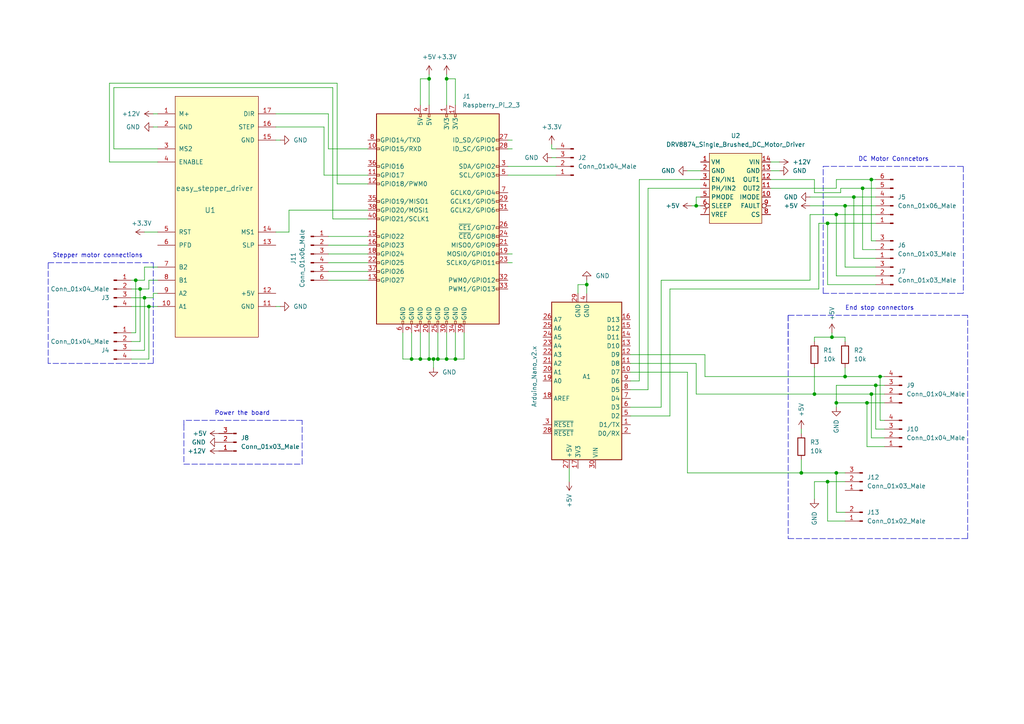
<source format=kicad_sch>
(kicad_sch (version 20211123) (generator eeschema)
  (paper "A4")
  (lib_symbols
    (symbol "Connector:Conn_01x02_Male" (pin_names (offset 1.016) hide)
      (property "Reference" "J" (at 0 2.54 0))
      (property "Value" "Conn_01x02_Male" (at 0 -5.08 0))
      (symbol "Conn_01x02_Male_1_1"
        (polyline (pts (xy 1.27 -2.54) (xy 0.8636 -2.54)) (stroke (width 0.1524)))
        (polyline (pts (xy 1.27 0) (xy 0.8636 0)) (stroke (width 0.1524)))
        (rectangle (start 0.8636 -2.413) (end 0 -2.667) (stroke (width 0.1524)) (fill (type outline)))
        (rectangle (start 0.8636 0.127) (end 0 -0.127) (stroke (width 0.1524)) (fill (type outline)))
        (pin passive line (at 5.08 0 180) (length 3.81) (name "Pin_1") (number "1"))
        (pin passive line (at 5.08 -2.54 180) (length 3.81) (name "Pin_2") (number "2"))
      )
    )
    (symbol "Connector:Conn_01x03_Male" (pin_names (offset 1.016) hide)
      (property "Reference" "J" (at 0 5.08 0))
      (property "Value" "Conn_01x03_Male" (at 0 -5.08 0))
      (symbol "Conn_01x03_Male_1_1"
        (polyline (pts (xy 1.27 -2.54) (xy 0.8636 -2.54)) (stroke (width 0.1524)))
        (polyline (pts (xy 1.27 0) (xy 0.8636 0)) (stroke (width 0.1524)))
        (polyline (pts (xy 1.27 2.54) (xy 0.8636 2.54)) (stroke (width 0.1524)))
        (rectangle (start 0.8636 -2.413) (end 0 -2.667) (stroke (width 0.1524)) (fill (type outline)))
        (rectangle (start 0.8636 0.127) (end 0 -0.127) (stroke (width 0.1524)) (fill (type outline)))
        (rectangle (start 0.8636 2.667) (end 0 2.413) (stroke (width 0.1524)) (fill (type outline)))
        (pin passive line (at 5.08 2.54 180) (length 3.81) (name "Pin_1") (number "1"))
        (pin passive line (at 5.08 0 180) (length 3.81) (name "Pin_2") (number "2"))
        (pin passive line (at 5.08 -2.54 180) (length 3.81) (name "Pin_3") (number "3"))
      )
    )
    (symbol "Connector:Conn_01x04_Male" (pin_names (offset 1.016) hide)
      (property "Reference" "J" (at 0 5.08 0))
      (property "Value" "Conn_01x04_Male" (at 0 -7.62 0))
      (symbol "Conn_01x04_Male_1_1"
        (polyline (pts (xy 1.27 -5.08) (xy 0.8636 -5.08)) (stroke (width 0.1524)))
        (polyline (pts (xy 1.27 -2.54) (xy 0.8636 -2.54)) (stroke (width 0.1524)))
        (polyline (pts (xy 1.27 0) (xy 0.8636 0)) (stroke (width 0.1524)))
        (polyline (pts (xy 1.27 2.54) (xy 0.8636 2.54)) (stroke (width 0.1524)))
        (rectangle (start 0.8636 -4.953) (end 0 -5.207) (stroke (width 0.1524)) (fill (type outline)))
        (rectangle (start 0.8636 -2.413) (end 0 -2.667) (stroke (width 0.1524)) (fill (type outline)))
        (rectangle (start 0.8636 0.127) (end 0 -0.127) (stroke (width 0.1524)) (fill (type outline)))
        (rectangle (start 0.8636 2.667) (end 0 2.413) (stroke (width 0.1524)) (fill (type outline)))
        (pin passive line (at 5.08 2.54 180) (length 3.81) (name "Pin_1") (number "1"))
        (pin passive line (at 5.08 0 180) (length 3.81) (name "Pin_2") (number "2"))
        (pin passive line (at 5.08 -2.54 180) (length 3.81) (name "Pin_3") (number "3"))
        (pin passive line (at 5.08 -5.08 180) (length 3.81) (name "Pin_4") (number "4"))
      )
    )
    (symbol "Connector:Conn_01x06_Male" (pin_names (offset 1.016) hide)
      (property "Reference" "J" (at 0 7.62 0))
      (property "Value" "Conn_01x06_Male" (at 0 -10.16 0))
      (symbol "Conn_01x06_Male_1_1"
        (polyline (pts (xy 1.27 -7.62) (xy 0.8636 -7.62)) (stroke (width 0.1524)))
        (polyline (pts (xy 1.27 -5.08) (xy 0.8636 -5.08)) (stroke (width 0.1524)))
        (polyline (pts (xy 1.27 -2.54) (xy 0.8636 -2.54)) (stroke (width 0.1524)))
        (polyline (pts (xy 1.27 0) (xy 0.8636 0)) (stroke (width 0.1524)))
        (polyline (pts (xy 1.27 2.54) (xy 0.8636 2.54)) (stroke (width 0.1524)))
        (polyline (pts (xy 1.27 5.08) (xy 0.8636 5.08)) (stroke (width 0.1524)))
        (rectangle (start 0.8636 -7.493) (end 0 -7.747) (stroke (width 0.1524)) (fill (type outline)))
        (rectangle (start 0.8636 -4.953) (end 0 -5.207) (stroke (width 0.1524)) (fill (type outline)))
        (rectangle (start 0.8636 -2.413) (end 0 -2.667) (stroke (width 0.1524)) (fill (type outline)))
        (rectangle (start 0.8636 0.127) (end 0 -0.127) (stroke (width 0.1524)) (fill (type outline)))
        (rectangle (start 0.8636 2.667) (end 0 2.413) (stroke (width 0.1524)) (fill (type outline)))
        (rectangle (start 0.8636 5.207) (end 0 4.953) (stroke (width 0.1524)) (fill (type outline)))
        (pin passive line (at 5.08 5.08 180) (length 3.81) (name "Pin_1") (number "1"))
        (pin passive line (at 5.08 2.54 180) (length 3.81) (name "Pin_2") (number "2"))
        (pin passive line (at 5.08 0 180) (length 3.81) (name "Pin_3") (number "3"))
        (pin passive line (at 5.08 -2.54 180) (length 3.81) (name "Pin_4") (number "4"))
        (pin passive line (at 5.08 -5.08 180) (length 3.81) (name "Pin_5") (number "5"))
        (pin passive line (at 5.08 -7.62 180) (length 3.81) (name "Pin_6") (number "6"))
      )
    )
    (symbol "Connector:Raspberry_Pi_2_3" (pin_names (offset 1.016))
      (property "Reference" "J" (at -17.78 31.75 0))
      (property "Value" "Raspberry_Pi_2_3" (at 10.16 -31.75 0))
      (symbol "Raspberry_Pi_2_3_0_1"
        (rectangle (start -17.78 30.48) (end 17.78 -30.48) (stroke (width 0.254)) (fill (type background)))
      )
      (symbol "Raspberry_Pi_2_3_1_1"
        (rectangle (start -16.891 -17.526) (end -17.78 -18.034))
        (rectangle (start -16.891 -14.986) (end -17.78 -15.494))
        (rectangle (start -16.891 -12.446) (end -17.78 -12.954))
        (rectangle (start -16.891 -9.906) (end -17.78 -10.414))
        (rectangle (start -16.891 -7.366) (end -17.78 -7.874))
        (rectangle (start -16.891 -4.826) (end -17.78 -5.334))
        (rectangle (start -16.891 0.254) (end -17.78 -0.254))
        (rectangle (start -16.891 2.794) (end -17.78 2.286))
        (rectangle (start -16.891 5.334) (end -17.78 4.826))
        (rectangle (start -16.891 10.414) (end -17.78 9.906))
        (rectangle (start -16.891 12.954) (end -17.78 12.446))
        (rectangle (start -16.891 15.494) (end -17.78 14.986))
        (rectangle (start -16.891 20.574) (end -17.78 20.066))
        (rectangle (start -16.891 23.114) (end -17.78 22.606))
        (rectangle (start -10.414 -29.591) (end -9.906 -30.48))
        (rectangle (start -7.874 -29.591) (end -7.366 -30.48))
        (rectangle (start -5.334 -29.591) (end -4.826 -30.48))
        (rectangle (start -5.334 30.48) (end -4.826 29.591))
        (rectangle (start -2.794 -29.591) (end -2.286 -30.48))
        (rectangle (start -2.794 30.48) (end -2.286 29.591))
        (rectangle (start -0.254 -29.591) (end 0.254 -30.48))
        (rectangle (start 2.286 -29.591) (end 2.794 -30.48))
        (rectangle (start 2.286 30.48) (end 2.794 29.591))
        (rectangle (start 4.826 -29.591) (end 5.334 -30.48))
        (rectangle (start 4.826 30.48) (end 5.334 29.591))
        (rectangle (start 7.366 -29.591) (end 7.874 -30.48))
        (rectangle (start 17.78 -20.066) (end 16.891 -20.574))
        (rectangle (start 17.78 -17.526) (end 16.891 -18.034))
        (rectangle (start 17.78 -12.446) (end 16.891 -12.954))
        (rectangle (start 17.78 -9.906) (end 16.891 -10.414))
        (rectangle (start 17.78 -7.366) (end 16.891 -7.874))
        (rectangle (start 17.78 -4.826) (end 16.891 -5.334))
        (rectangle (start 17.78 -2.286) (end 16.891 -2.794))
        (rectangle (start 17.78 2.794) (end 16.891 2.286))
        (rectangle (start 17.78 5.334) (end 16.891 4.826))
        (rectangle (start 17.78 7.874) (end 16.891 7.366))
        (rectangle (start 17.78 12.954) (end 16.891 12.446))
        (rectangle (start 17.78 15.494) (end 16.891 14.986))
        (rectangle (start 17.78 20.574) (end 16.891 20.066))
        (rectangle (start 17.78 23.114) (end 16.891 22.606))
        (pin power_in line (at 2.54 33.02 270) (length 2.54) (name "3V3") (number "1"))
        (pin bidirectional line (at -20.32 20.32 0) (length 2.54) (name "GPIO15/RXD") (number "10"))
        (pin bidirectional line (at -20.32 12.7 0) (length 2.54) (name "GPIO17") (number "11"))
        (pin bidirectional line (at -20.32 10.16 0) (length 2.54) (name "GPIO18/PWM0") (number "12"))
        (pin bidirectional line (at -20.32 -17.78 0) (length 2.54) (name "GPIO27") (number "13"))
        (pin power_in line (at -5.08 -33.02 90) (length 2.54) (name "GND") (number "14"))
        (pin bidirectional line (at -20.32 -5.08 0) (length 2.54) (name "GPIO22") (number "15"))
        (pin bidirectional line (at -20.32 -7.62 0) (length 2.54) (name "GPIO23") (number "16"))
        (pin power_in line (at 5.08 33.02 270) (length 2.54) (name "3V3") (number "17"))
        (pin bidirectional line (at -20.32 -10.16 0) (length 2.54) (name "GPIO24") (number "18"))
        (pin bidirectional line (at 20.32 -10.16 180) (length 2.54) (name "MOSI0/GPIO10") (number "19"))
        (pin power_in line (at -5.08 33.02 270) (length 2.54) (name "5V") (number "2"))
        (pin power_in line (at -2.54 -33.02 90) (length 2.54) (name "GND") (number "20"))
        (pin bidirectional line (at 20.32 -7.62 180) (length 2.54) (name "MISO0/GPIO9") (number "21"))
        (pin bidirectional line (at -20.32 -12.7 0) (length 2.54) (name "GPIO25") (number "22"))
        (pin bidirectional line (at 20.32 -12.7 180) (length 2.54) (name "SCLK0/GPIO11") (number "23"))
        (pin bidirectional line (at 20.32 -5.08 180) (length 2.54) (name "~{CE0}/GPIO8") (number "24"))
        (pin power_in line (at 0 -33.02 90) (length 2.54) (name "GND") (number "25"))
        (pin bidirectional line (at 20.32 -2.54 180) (length 2.54) (name "~{CE1}/GPIO7") (number "26"))
        (pin bidirectional line (at 20.32 22.86 180) (length 2.54) (name "ID_SD/GPIO0") (number "27"))
        (pin bidirectional line (at 20.32 20.32 180) (length 2.54) (name "ID_SC/GPIO1") (number "28"))
        (pin bidirectional line (at 20.32 5.08 180) (length 2.54) (name "GCLK1/GPIO5") (number "29"))
        (pin bidirectional line (at 20.32 15.24 180) (length 2.54) (name "SDA/GPIO2") (number "3"))
        (pin power_in line (at 2.54 -33.02 90) (length 2.54) (name "GND") (number "30"))
        (pin bidirectional line (at 20.32 2.54 180) (length 2.54) (name "GCLK2/GPIO6") (number "31"))
        (pin bidirectional line (at 20.32 -17.78 180) (length 2.54) (name "PWM0/GPIO12") (number "32"))
        (pin bidirectional line (at 20.32 -20.32 180) (length 2.54) (name "PWM1/GPIO13") (number "33"))
        (pin power_in line (at 5.08 -33.02 90) (length 2.54) (name "GND") (number "34"))
        (pin bidirectional line (at -20.32 5.08 0) (length 2.54) (name "GPIO19/MISO1") (number "35"))
        (pin bidirectional line (at -20.32 15.24 0) (length 2.54) (name "GPIO16") (number "36"))
        (pin bidirectional line (at -20.32 -15.24 0) (length 2.54) (name "GPIO26") (number "37"))
        (pin bidirectional line (at -20.32 2.54 0) (length 2.54) (name "GPIO20/MOSI1") (number "38"))
        (pin power_in line (at 7.62 -33.02 90) (length 2.54) (name "GND") (number "39"))
        (pin power_in line (at -2.54 33.02 270) (length 2.54) (name "5V") (number "4"))
        (pin bidirectional line (at -20.32 0 0) (length 2.54) (name "GPIO21/SCLK1") (number "40"))
        (pin bidirectional line (at 20.32 12.7 180) (length 2.54) (name "SCL/GPIO3") (number "5"))
        (pin power_in line (at -10.16 -33.02 90) (length 2.54) (name "GND") (number "6"))
        (pin bidirectional line (at 20.32 7.62 180) (length 2.54) (name "GCLK0/GPIO4") (number "7"))
        (pin bidirectional line (at -20.32 22.86 0) (length 2.54) (name "GPIO14/TXD") (number "8"))
        (pin power_in line (at -7.62 -33.02 90) (length 2.54) (name "GND") (number "9"))
      )
    )
    (symbol "Custom:DRV8874_Single_Brushed_DC_Motor_Driver"
      (property "Reference" "U" (at 1.27 12.7 0))
      (property "Value" "DRV8874_Single_Brushed_DC_Motor_Driver" (at 1.27 12.7 0))
      (symbol "DRV8874_Single_Brushed_DC_Motor_Driver_0_1"
        (rectangle (start 0 7.62) (end 15.24 -12.7) (fill (type background)))
      )
      (symbol "DRV8874_Single_Brushed_DC_Motor_Driver_1_1"
        (pin input line (at -2.54 5.08 0) (length 2.54) (name "VM") (number "1"))
        (pin input line (at 17.78 -5.08 180) (length 2.54) (name "IMODE") (number "10"))
        (pin input line (at 17.78 -2.54 180) (length 2.54) (name "OUT2") (number "11"))
        (pin input line (at 17.78 0 180) (length 2.54) (name "OUT1") (number "12"))
        (pin input line (at 17.78 2.54 180) (length 2.54) (name "GND") (number "13"))
        (pin input line (at 17.78 5.08 180) (length 2.54) (name "VIN") (number "14"))
        (pin input line (at -2.54 2.54 0) (length 2.54) (name "GND") (number "2"))
        (pin input line (at -2.54 0 0) (length 2.54) (name "EN/IN1") (number "3"))
        (pin input line (at -2.54 -2.54 0) (length 2.54) (name "PH/IN2") (number "4"))
        (pin input line (at -2.54 -5.08 0) (length 2.54) (name "PMODE") (number "5"))
        (pin input inverted (at -2.54 -7.62 0) (length 2.54) (name "SLEEP") (number "6"))
        (pin input line (at -2.54 -10.16 0) (length 2.54) (name "VREF") (number "7"))
        (pin input line (at 17.78 -10.16 180) (length 2.54) (name "CS") (number "8"))
        (pin input inverted (at 17.78 -7.62 180) (length 2.54) (name "FAULT") (number "9"))
      )
    )
    (symbol "Device:R" (pin_numbers hide) (pin_names (offset 0))
      (property "Reference" "R" (at 2.032 0 90))
      (property "Value" "R" (at 0 0 90))
      (symbol "R_0_1"
        (rectangle (start -1.016 -2.54) (end 1.016 2.54) (stroke (width 0.254)))
      )
      (symbol "R_1_1"
        (pin passive line (at 0 3.81 270) (length 1.27) (name "~") (number "1"))
        (pin passive line (at 0 -3.81 90) (length 1.27) (name "~") (number "2"))
      )
    )
    (symbol "MCU_Module:Arduino_Nano_v2.x"
      (property "Reference" "A" (at -10.16 23.495 0))
      (property "Value" "Arduino_Nano_v2.x" (at 5.08 -24.13 0))
      (symbol "Arduino_Nano_v2.x_0_1"
        (rectangle (start -10.16 22.86) (end 10.16 -22.86) (stroke (width 0.254)) (fill (type background)))
      )
      (symbol "Arduino_Nano_v2.x_1_1"
        (pin bidirectional line (at -12.7 12.7 0) (length 2.54) (name "D1/TX") (number "1"))
        (pin bidirectional line (at -12.7 -2.54 0) (length 2.54) (name "D7") (number "10"))
        (pin bidirectional line (at -12.7 -5.08 0) (length 2.54) (name "D8") (number "11"))
        (pin bidirectional line (at -12.7 -7.62 0) (length 2.54) (name "D9") (number "12"))
        (pin bidirectional line (at -12.7 -10.16 0) (length 2.54) (name "D10") (number "13"))
        (pin bidirectional line (at -12.7 -12.7 0) (length 2.54) (name "D11") (number "14"))
        (pin bidirectional line (at -12.7 -15.24 0) (length 2.54) (name "D12") (number "15"))
        (pin bidirectional line (at -12.7 -17.78 0) (length 2.54) (name "D13") (number "16"))
        (pin power_out line (at 2.54 25.4 270) (length 2.54) (name "3V3") (number "17"))
        (pin input line (at 12.7 5.08 180) (length 2.54) (name "AREF") (number "18"))
        (pin bidirectional line (at 12.7 0 180) (length 2.54) (name "A0") (number "19"))
        (pin bidirectional line (at -12.7 15.24 0) (length 2.54) (name "D0/RX") (number "2"))
        (pin bidirectional line (at 12.7 -2.54 180) (length 2.54) (name "A1") (number "20"))
        (pin bidirectional line (at 12.7 -5.08 180) (length 2.54) (name "A2") (number "21"))
        (pin bidirectional line (at 12.7 -7.62 180) (length 2.54) (name "A3") (number "22"))
        (pin bidirectional line (at 12.7 -10.16 180) (length 2.54) (name "A4") (number "23"))
        (pin bidirectional line (at 12.7 -12.7 180) (length 2.54) (name "A5") (number "24"))
        (pin bidirectional line (at 12.7 -15.24 180) (length 2.54) (name "A6") (number "25"))
        (pin bidirectional line (at 12.7 -17.78 180) (length 2.54) (name "A7") (number "26"))
        (pin power_out line (at 5.08 25.4 270) (length 2.54) (name "+5V") (number "27"))
        (pin input line (at 12.7 15.24 180) (length 2.54) (name "~{RESET}") (number "28"))
        (pin power_in line (at 2.54 -25.4 90) (length 2.54) (name "GND") (number "29"))
        (pin input line (at 12.7 12.7 180) (length 2.54) (name "~{RESET}") (number "3"))
        (pin power_in line (at -2.54 25.4 270) (length 2.54) (name "VIN") (number "30"))
        (pin power_in line (at 0 -25.4 90) (length 2.54) (name "GND") (number "4"))
        (pin bidirectional line (at -12.7 10.16 0) (length 2.54) (name "D2") (number "5"))
        (pin bidirectional line (at -12.7 7.62 0) (length 2.54) (name "D3") (number "6"))
        (pin bidirectional line (at -12.7 5.08 0) (length 2.54) (name "D4") (number "7"))
        (pin bidirectional line (at -12.7 2.54 0) (length 2.54) (name "D5") (number "8"))
        (pin bidirectional line (at -12.7 0 0) (length 2.54) (name "D6") (number "9"))
      )
    )
    (symbol "easy_stepper_driver:easy_stepper_driver" (pin_names (offset 1.016))
      (property "Reference" "U?" (at -1.27 -1.27 90))
      (property "Value" "easy_stepper_driver" (at -1.27 -7.62 90))
      (symbol "easy_stepper_driver_0_1"
        (rectangle (start -34.29 12.7) (end 35.56 -11.43) (fill (type background)))
      )
      (symbol "easy_stepper_driver_1_1"
        (pin input line (at -29.21 -16.51 90) (length 5.08) (name "M+") (number "1"))
        (pin output line (at 26.67 -16.51 90) (length 5.08) (name "A1") (number "10"))
        (pin input line (at 26.67 17.78 270) (length 5.08) (name "GND") (number "11"))
        (pin input line (at 22.86 17.78 270) (length 5.08) (name "+5V") (number "12"))
        (pin input line (at 8.89 17.78 270) (length 5.08) (name "SLP") (number "13"))
        (pin input line (at 5.08 17.78 270) (length 5.08) (name "MS1") (number "14"))
        (pin input line (at -21.59 17.78 270) (length 5.08) (name "GND") (number "15"))
        (pin input line (at -25.4 17.78 270) (length 5.08) (name "STEP") (number "16"))
        (pin input line (at -29.21 17.78 270) (length 5.08) (name "DIR") (number "17"))
        (pin input line (at -25.4 -16.51 90) (length 5.08) (name "GND") (number "2"))
        (pin input line (at -19.05 -16.51 90) (length 5.08) (name "MS2") (number "3"))
        (pin input line (at -15.24 -16.51 90) (length 5.08) (name "ENABLE") (number "4"))
        (pin input line (at 5.08 -16.51 90) (length 5.08) (name "RST") (number "5"))
        (pin input line (at 8.89 -16.51 90) (length 5.08) (name "PFD") (number "6"))
        (pin output line (at 15.24 -16.51 90) (length 5.08) (name "B2") (number "7"))
        (pin output line (at 19.05 -16.51 90) (length 5.08) (name "B1") (number "8"))
        (pin output line (at 22.86 -16.51 90) (length 5.08) (name "A2") (number "9"))
      )
    )
    (symbol "power:+12V" (power) (pin_names (offset 0))
      (property "Value" "+12V" (at 0 3.556 0))
      (symbol "+12V_0_1"
        (polyline (pts (xy -0.762 1.27) (xy 0 2.54)))
        (polyline (pts (xy 0 0) (xy 0 2.54)))
        (polyline (pts (xy 0 2.54) (xy 0.762 1.27)))
      )
      (symbol "+12V_1_1"
        (pin power_in line (at 0 0 90) (length 0) hide (name "+12V") (number "1"))
      )
    )
    (symbol "power:+3.3V" (power) (pin_names (offset 0))
      (property "Value" "+3.3V" (at 0 3.556 0))
      (symbol "+3.3V_0_1"
        (polyline (pts (xy -0.762 1.27) (xy 0 2.54)))
        (polyline (pts (xy 0 0) (xy 0 2.54)))
        (polyline (pts (xy 0 2.54) (xy 0.762 1.27)))
      )
      (symbol "+3.3V_1_1"
        (pin power_in line (at 0 0 90) (length 0) hide (name "+3.3V") (number "1"))
      )
    )
    (symbol "power:+5V" (power) (pin_names (offset 0))
      (property "Value" "+5V" (at 0 3.556 0))
      (symbol "+5V_0_1"
        (polyline (pts (xy -0.762 1.27) (xy 0 2.54)))
        (polyline (pts (xy 0 0) (xy 0 2.54)))
        (polyline (pts (xy 0 2.54) (xy 0.762 1.27)))
      )
      (symbol "+5V_1_1"
        (pin power_in line (at 0 0 90) (length 0) hide (name "+5V") (number "1"))
      )
    )
    (symbol "power:GND" (power) (pin_names (offset 0))
      (property "Value" "GND" (at 0 -3.81 0))
      (symbol "GND_0_1"
        (polyline (pts (xy 0 0) (xy 0 -1.27) (xy 1.27 -1.27) (xy 0 -2.54) (xy -1.27 -1.27) (xy 0 -1.27)))
      )
      (symbol "GND_1_1"
        (pin power_in line (at 0 0 270) (length 0) hide (name "GND") (number "1"))
      )
    )
  )
  (junction (at 236.22 114.3))
  (junction (at 232.41 137.16))
  (junction (at 124.46 104.14))
  (junction (at 242.57 137.16))
  (junction (at 121.92 104.14))
  (junction (at 40.64 83.82))
  (junction (at 240.03 139.7))
  (junction (at 254 111.76))
  (junction (at 129.54 22.86))
  (junction (at 242.57 116.84))
  (junction (at 252.73 114.3))
  (junction (at 247.65 57.15))
  (junction (at 242.57 62.23))
  (junction (at 132.08 104.14))
  (junction (at 255.27 109.22))
  (junction (at 241.3 97.79))
  (junction (at 240.03 64.77))
  (junction (at 41.91 86.36))
  (junction (at 39.37 81.28))
  (junction (at 250.19 54.61))
  (junction (at 252.73 52.07))
  (junction (at 127 104.14))
  (junction (at 119.38 104.14))
  (junction (at 251.46 116.84))
  (junction (at 129.54 104.14))
  (junction (at 125.73 104.14))
  (junction (at 124.46 22.86))
  (junction (at 201.93 59.69))
  (junction (at 245.11 59.69))
  (junction (at 245.11 109.22))
  (junction (at 43.18 88.9))
  (junction (at 170.18 82.55))
  (polyline (pts (xy 228.6 91.44) (xy 228.6 101.6)))
  (polyline (pts (xy 238.76 85.09) (xy 279.4 85.09)))
  (wire (pts (xy 252.73 52.07) (xy 252.73 69.85)))
  (wire (pts (xy 43.18 88.9) (xy 38.1 88.9)))
  (polyline (pts (xy 280.67 156.21) (xy 280.67 91.44)))
  (wire (pts (xy 252.73 114.3) (xy 256.54 114.3)))
  (wire (pts (xy 39.37 81.28) (xy 38.1 81.28)))
  (wire (pts (xy 199.39 107.95) (xy 182.88 107.95)))
  (wire (pts (xy 245.11 59.69) (xy 245.11 77.47)))
  (wire (pts (xy 165.1 135.89) (xy 165.1 139.7)))
  (wire (pts (xy 41.91 86.36) (xy 41.91 101.6)))
  (wire (pts (xy 124.46 21.59) (xy 124.46 22.86)))
  (wire (pts (xy 41.91 86.36) (xy 38.1 86.36)))
  (wire (pts (xy 43.18 104.14) (xy 38.1 104.14)))
  (wire (pts (xy 240.03 64.77) (xy 254 64.77)))
  (wire (pts (xy 124.46 22.86) (xy 124.46 30.48)))
  (wire (pts (xy 160.02 45.72) (xy 161.29 45.72)))
  (wire (pts (xy 236.22 97.79) (xy 236.22 99.06)))
  (wire (pts (xy 245.11 59.69) (xy 254 59.69)))
  (wire (pts (xy 223.52 54.61) (xy 242.57 54.61)))
  (wire (pts (xy 96.52 63.5) (xy 106.68 63.5)))
  (wire (pts (xy 234.95 62.23) (xy 242.57 62.23)))
  (wire (pts (xy 255.27 109.22) (xy 256.54 109.22)))
  (wire (pts (xy 254 111.76) (xy 254 124.46)))
  (wire (pts (xy 80.01 36.83) (xy 93.98 36.83)))
  (wire (pts (xy 41.91 67.31) (xy 45.72 67.31)))
  (wire (pts (xy 250.19 54.61) (xy 250.19 72.39)))
  (wire (pts (xy 250.19 54.61) (xy 254 54.61)))
  (wire (pts (xy 200.66 59.69) (xy 201.93 59.69)))
  (wire (pts (xy 236.22 97.79) (xy 241.3 97.79)))
  (wire (pts (xy 147.32 73.66) (xy 148.59 73.66)))
  (polyline (pts (xy 87.63 134.62) (xy 87.63 121.92)))
  (polyline (pts (xy 53.34 123.19) (xy 53.34 134.62)))
  (wire (pts (xy 185.42 52.07) (xy 185.42 110.49)))
  (wire (pts (xy 97.79 24.13) (xy 31.75 24.13)))
  (wire (pts (xy 187.96 54.61) (xy 187.96 113.03)))
  (wire (pts (xy 241.3 96.52) (xy 241.3 97.79)))
  (wire (pts (xy 194.31 120.65) (xy 182.88 120.65)))
  (wire (pts (xy 95.25 76.2) (xy 106.68 76.2)))
  (wire (pts (xy 223.52 49.53) (xy 226.06 49.53)))
  (wire (pts (xy 201.93 105.41) (xy 182.88 105.41)))
  (wire (pts (xy 83.82 60.96) (xy 106.68 60.96)))
  (wire (pts (xy 116.84 96.52) (xy 116.84 104.14)))
  (wire (pts (xy 250.19 54.61) (xy 243.84 54.61)))
  (wire (pts (xy 97.79 53.34) (xy 106.68 53.34)))
  (wire (pts (xy 95.25 71.12) (xy 106.68 71.12)))
  (wire (pts (xy 243.84 55.88) (xy 236.22 55.88)))
  (wire (pts (xy 43.18 88.9) (xy 43.18 104.14)))
  (wire (pts (xy 44.45 86.36) (xy 41.91 86.36)))
  (wire (pts (xy 236.22 139.7) (xy 240.03 139.7)))
  (polyline (pts (xy 44.45 105.41) (xy 13.97 105.41)))
  (wire (pts (xy 201.93 114.3) (xy 201.93 105.41)))
  (wire (pts (xy 201.93 57.15) (xy 203.2 57.15)))
  (wire (pts (xy 119.38 104.14) (xy 121.92 104.14)))
  (wire (pts (xy 147.32 50.8) (xy 161.29 50.8)))
  (wire (pts (xy 252.73 114.3) (xy 252.73 127)))
  (wire (pts (xy 81.28 88.9) (xy 80.01 88.9)))
  (wire (pts (xy 132.08 30.48) (xy 132.08 22.86)))
  (wire (pts (xy 204.47 109.22) (xy 204.47 102.87)))
  (wire (pts (xy 39.37 96.52) (xy 38.1 96.52)))
  (wire (pts (xy 41.91 101.6) (xy 38.1 101.6)))
  (wire (pts (xy 242.57 116.84) (xy 242.57 111.76)))
  (wire (pts (xy 201.93 59.69) (xy 203.2 59.69)))
  (wire (pts (xy 242.57 111.76) (xy 254 111.76)))
  (polyline (pts (xy 228.6 156.21) (xy 280.67 156.21)))
  (wire (pts (xy 129.54 96.52) (xy 129.54 104.14)))
  (wire (pts (xy 170.18 82.55) (xy 170.18 85.09)))
  (polyline (pts (xy 44.45 76.2) (xy 44.45 105.41)))
  (wire (pts (xy 236.22 114.3) (xy 252.73 114.3)))
  (wire (pts (xy 203.2 52.07) (xy 185.42 52.07)))
  (wire (pts (xy 241.3 97.79) (xy 245.11 97.79)))
  (wire (pts (xy 45.72 85.09) (xy 44.45 85.09)))
  (wire (pts (xy 242.57 116.84) (xy 251.46 116.84)))
  (wire (pts (xy 237.49 83.82) (xy 194.31 83.82)))
  (polyline (pts (xy 228.6 91.44) (xy 228.6 156.21)))
  (polyline (pts (xy 280.67 91.44) (xy 228.6 91.44)))
  (wire (pts (xy 240.03 151.13) (xy 240.03 139.7)))
  (wire (pts (xy 245.11 99.06) (xy 245.11 97.79)))
  (wire (pts (xy 81.28 40.64) (xy 80.01 40.64)))
  (wire (pts (xy 93.98 36.83) (xy 93.98 50.8)))
  (wire (pts (xy 234.95 59.69) (xy 245.11 59.69)))
  (wire (pts (xy 236.22 55.88) (xy 236.22 52.07)))
  (wire (pts (xy 247.65 57.15) (xy 247.65 74.93)))
  (wire (pts (xy 242.57 137.16) (xy 232.41 137.16)))
  (wire (pts (xy 243.84 54.61) (xy 243.84 55.88)))
  (polyline (pts (xy 13.97 105.41) (xy 13.97 76.2)))
  (wire (pts (xy 147.32 43.18) (xy 148.59 43.18)))
  (wire (pts (xy 83.82 60.96) (xy 83.82 67.31)))
  (wire (pts (xy 160.02 43.18) (xy 160.02 41.91)))
  (wire (pts (xy 251.46 116.84) (xy 256.54 116.84)))
  (wire (pts (xy 96.52 63.5) (xy 96.52 25.4)))
  (polyline (pts (xy 13.97 76.2) (xy 44.45 76.2)))
  (wire (pts (xy 242.57 148.59) (xy 242.57 137.16)))
  (wire (pts (xy 234.95 57.15) (xy 247.65 57.15)))
  (wire (pts (xy 236.22 52.07) (xy 223.52 52.07)))
  (wire (pts (xy 43.18 81.28) (xy 43.18 83.82)))
  (wire (pts (xy 119.38 96.52) (xy 119.38 104.14)))
  (wire (pts (xy 147.32 40.64) (xy 148.59 40.64)))
  (wire (pts (xy 116.84 104.14) (xy 119.38 104.14)))
  (wire (pts (xy 40.64 83.82) (xy 40.64 99.06)))
  (wire (pts (xy 125.73 106.68) (xy 125.73 104.14)))
  (wire (pts (xy 45.72 33.02) (xy 44.45 33.02)))
  (wire (pts (xy 95.25 73.66) (xy 106.68 73.66)))
  (wire (pts (xy 167.64 85.09) (xy 167.64 82.55)))
  (wire (pts (xy 129.54 104.14) (xy 132.08 104.14)))
  (wire (pts (xy 167.64 82.55) (xy 170.18 82.55)))
  (wire (pts (xy 240.03 139.7) (xy 245.11 139.7)))
  (wire (pts (xy 245.11 109.22) (xy 255.27 109.22)))
  (wire (pts (xy 256.54 124.46) (xy 254 124.46)))
  (wire (pts (xy 187.96 113.03) (xy 182.88 113.03)))
  (wire (pts (xy 44.45 85.09) (xy 44.45 86.36)))
  (wire (pts (xy 45.72 81.28) (xy 43.18 81.28)))
  (wire (pts (xy 121.92 22.86) (xy 124.46 22.86)))
  (wire (pts (xy 96.52 25.4) (xy 33.02 25.4)))
  (wire (pts (xy 236.22 106.68) (xy 236.22 114.3)))
  (wire (pts (xy 242.57 80.01) (xy 254 80.01)))
  (wire (pts (xy 95.25 33.02) (xy 95.25 43.18)))
  (wire (pts (xy 147.32 76.2) (xy 148.59 76.2)))
  (wire (pts (xy 39.37 81.28) (xy 39.37 96.52)))
  (wire (pts (xy 33.02 25.4) (xy 33.02 43.18)))
  (wire (pts (xy 129.54 22.86) (xy 129.54 30.48)))
  (wire (pts (xy 95.25 78.74) (xy 106.68 78.74)))
  (wire (pts (xy 129.54 21.59) (xy 129.54 22.86)))
  (wire (pts (xy 31.75 46.99) (xy 45.72 46.99)))
  (polyline (pts (xy 279.4 48.26) (xy 279.4 85.09)))
  (wire (pts (xy 121.92 22.86) (xy 121.92 30.48)))
  (wire (pts (xy 134.62 96.52) (xy 134.62 104.14)))
  (wire (pts (xy 242.57 62.23) (xy 242.57 80.01)))
  (polyline (pts (xy 238.76 85.09) (xy 238.76 48.26)))
  (wire (pts (xy 252.73 52.07) (xy 254 52.07)))
  (wire (pts (xy 97.79 53.34) (xy 97.79 24.13)))
  (wire (pts (xy 223.52 46.99) (xy 226.06 46.99)))
  (wire (pts (xy 127 96.52) (xy 127 104.14)))
  (wire (pts (xy 254 111.76) (xy 256.54 111.76)))
  (wire (pts (xy 161.29 43.18) (xy 160.02 43.18)))
  (wire (pts (xy 256.54 129.54) (xy 251.46 129.54)))
  (wire (pts (xy 234.95 81.28) (xy 234.95 62.23)))
  (wire (pts (xy 245.11 77.47) (xy 254 77.47)))
  (wire (pts (xy 242.57 52.07) (xy 252.73 52.07)))
  (wire (pts (xy 194.31 83.82) (xy 194.31 120.65)))
  (wire (pts (xy 201.93 114.3) (xy 236.22 114.3)))
  (wire (pts (xy 201.93 59.69) (xy 201.93 57.15)))
  (wire (pts (xy 43.18 83.82) (xy 40.64 83.82)))
  (wire (pts (xy 45.72 88.9) (xy 43.18 88.9)))
  (wire (pts (xy 95.25 43.18) (xy 106.68 43.18)))
  (wire (pts (xy 45.72 77.47) (xy 41.91 77.47)))
  (wire (pts (xy 237.49 64.77) (xy 240.03 64.77)))
  (wire (pts (xy 255.27 121.92) (xy 255.27 109.22)))
  (wire (pts (xy 256.54 127) (xy 252.73 127)))
  (wire (pts (xy 245.11 148.59) (xy 242.57 148.59)))
  (wire (pts (xy 240.03 64.77) (xy 240.03 82.55)))
  (wire (pts (xy 33.02 43.18) (xy 45.72 43.18)))
  (wire (pts (xy 40.64 99.06) (xy 38.1 99.06)))
  (wire (pts (xy 242.57 54.61) (xy 242.57 52.07)))
  (wire (pts (xy 242.57 118.11) (xy 242.57 116.84)))
  (wire (pts (xy 250.19 72.39) (xy 254 72.39)))
  (wire (pts (xy 132.08 96.52) (xy 132.08 104.14)))
  (wire (pts (xy 199.39 49.53) (xy 203.2 49.53)))
  (wire (pts (xy 252.73 69.85) (xy 254 69.85)))
  (wire (pts (xy 245.11 151.13) (xy 240.03 151.13)))
  (wire (pts (xy 234.95 81.28) (xy 191.77 81.28)))
  (wire (pts (xy 95.25 81.28) (xy 106.68 81.28)))
  (wire (pts (xy 242.57 62.23) (xy 254 62.23)))
  (wire (pts (xy 127 104.14) (xy 129.54 104.14)))
  (wire (pts (xy 245.11 137.16) (xy 242.57 137.16)))
  (wire (pts (xy 199.39 137.16) (xy 199.39 107.95)))
  (wire (pts (xy 41.91 77.47) (xy 41.91 81.28)))
  (wire (pts (xy 124.46 104.14) (xy 125.73 104.14)))
  (wire (pts (xy 240.03 82.55) (xy 254 82.55)))
  (wire (pts (xy 40.64 83.82) (xy 38.1 83.82)))
  (wire (pts (xy 80.01 33.02) (xy 95.25 33.02)))
  (wire (pts (xy 41.91 81.28) (xy 39.37 81.28)))
  (wire (pts (xy 256.54 121.92) (xy 255.27 121.92)))
  (wire (pts (xy 83.82 67.31) (xy 80.01 67.31)))
  (wire (pts (xy 247.65 74.93) (xy 254 74.93)))
  (wire (pts (xy 245.11 106.68) (xy 245.11 109.22)))
  (polyline (pts (xy 87.63 121.92) (xy 53.34 121.92)))
  (wire (pts (xy 121.92 104.14) (xy 124.46 104.14)))
  (wire (pts (xy 124.46 96.52) (xy 124.46 104.14)))
  (wire (pts (xy 191.77 118.11) (xy 182.88 118.11)))
  (wire (pts (xy 232.41 124.46) (xy 232.41 125.73)))
  (wire (pts (xy 237.49 83.82) (xy 237.49 64.77)))
  (wire (pts (xy 44.45 36.83) (xy 45.72 36.83)))
  (polyline (pts (xy 53.34 134.62) (xy 87.63 134.62)))
  (wire (pts (xy 129.54 22.86) (xy 132.08 22.86)))
  (polyline (pts (xy 238.76 48.26) (xy 279.4 48.26)))
  (wire (pts (xy 121.92 96.52) (xy 121.92 104.14)))
  (wire (pts (xy 247.65 57.15) (xy 254 57.15)))
  (polyline (pts (xy 53.34 121.92) (xy 53.34 123.19)))
  (wire (pts (xy 132.08 104.14) (xy 134.62 104.14)))
  (wire (pts (xy 204.47 109.22) (xy 245.11 109.22)))
  (wire (pts (xy 236.22 144.78) (xy 236.22 139.7)))
  (wire (pts (xy 251.46 129.54) (xy 251.46 116.84)))
  (wire (pts (xy 31.75 24.13) (xy 31.75 46.99)))
  (wire (pts (xy 187.96 54.61) (xy 203.2 54.61)))
  (wire (pts (xy 147.32 48.26) (xy 161.29 48.26)))
  (wire (pts (xy 204.47 102.87) (xy 182.88 102.87)))
  (wire (pts (xy 232.41 137.16) (xy 232.41 133.35)))
  (wire (pts (xy 199.39 137.16) (xy 232.41 137.16)))
  (wire (pts (xy 125.73 104.14) (xy 127 104.14)))
  (wire (pts (xy 185.42 110.49) (xy 182.88 110.49)))
  (wire (pts (xy 93.98 50.8) (xy 106.68 50.8)))
  (wire (pts (xy 95.25 68.58) (xy 106.68 68.58)))
  (wire (pts (xy 170.18 81.28) (xy 170.18 82.55)))
  (wire (pts (xy 191.77 81.28) (xy 191.77 118.11)))
  (text "Power the board\n" (at 62.23 120.65 0) (effects (font (size 1.27 1.27)) (justify left bottom)))
  (text "DC Motor Conncetors\n" (at 248.92 46.99 0) (effects (font (size 1.27 1.27)) (justify left bottom)))
  (text "End stop connectors\n" (at 245.11 90.17 0) (effects (font (size 1.27 1.27)) (justify left bottom)))
  (text "Stepper motor connections\n" (at 15.24 74.93 0) (effects (font (size 1.27 1.27)) (justify left bottom)))
  (symbol (lib_id "power:+5V") (at 63.5 125.73 90) (unit 1)
    (property "Reference" "#PWR0118" (effects hide))
    (property "Value" "+5V" (at 55.88 125.73 90) (effects (justify right)))
  )
  (symbol (lib_id "Device:R") (at 236.22 102.87 0) (unit 1)
    (property "Reference" "R1" (at 238.76 101.5999 0) (effects (justify left)))
    (property "Value" "10k" (at 238.76 104.1399 0) (effects (justify left)))
    (property "Footprint" "Resistor_THT:R_Axial_DIN0207_L6.3mm_D2.5mm_P10.16mm_Horizontal" (effects hide))
  )
  (symbol (lib_id "Connector:Conn_01x04_Male") (at 166.37 48.26 180) (unit 1)
    (property "Reference" "J2" (at 167.64 45.7199 0) (effects (justify right)))
    (property "Value" "Conn_01x04_Male" (at 167.64 48.2599 0) (effects (justify right)))
    (property "Footprint" "Connector_PinHeader_2.54mm:PinHeader_1x04_P2.54mm_Vertical" (effects hide))
  )
  (symbol (lib_id "power:GND") (at 44.45 36.83 270) (unit 1)
    (property "Reference" "#PWR0101" (effects hide))
    (property "Value" "GND" (at 40.64 36.8299 90) (effects (justify right)))
  )
  (symbol (lib_id "Connector:Conn_01x06_Male") (at 259.08 59.69 180) (unit 1)
    (property "Reference" "J5" (at 260.35 57.1499 0) (effects (justify right)))
    (property "Value" "Conn_01x06_Male" (at 260.35 59.6899 0) (effects (justify right)))
    (property "Footprint" "Connector_PinHeader_2.54mm:PinHeader_1x06_P2.54mm_Vertical" (effects hide))
  )
  (symbol (lib_id "power:+5V") (at 165.1 139.7 180) (unit 1)
    (property "Reference" "#PWR0124" (effects hide))
    (property "Value" "+5V" (at 165.1 147.32 90) (effects (justify right)))
  )
  (symbol (lib_id "power:GND") (at 226.06 49.53 90) (unit 1)
    (property "Reference" "#PWR0111" (effects hide))
    (property "Value" "GND" (at 229.87 49.5299 90) (effects (justify right)))
  )
  (symbol (lib_id "power:GND") (at 81.28 40.64 90) (unit 1)
    (property "Reference" "#PWR0104" (effects hide))
    (property "Value" "GND" (at 85.09 40.6401 90) (effects (justify right)))
  )
  (symbol (lib_id "Connector:Conn_01x03_Male") (at 250.19 139.7 180) (unit 1)
    (property "Reference" "J12" (at 251.46 138.4299 0) (effects (justify right)))
    (property "Value" "Conn_01x03_Male" (at 251.46 140.9699 0) (effects (justify right)))
    (property "Footprint" "Connector_Phoenix_MC:PhoenixContact_MC_1,5_3-G-3.5_1x03_P3.50mm_Horizontal" (effects hide))
  )
  (symbol (lib_id "power:GND") (at 63.5 128.27 270) (unit 1)
    (property "Reference" "#PWR0119" (effects hide))
    (property "Value" "GND" (at 59.69 128.2701 90) (effects (justify right)))
  )
  (symbol (lib_id "power:GND") (at 170.18 81.28 180) (unit 1)
    (property "Reference" "#PWR0125" (effects hide))
    (property "Value" "GND" (at 172.72 80.0099 0) (effects (justify right)))
  )
  (symbol (lib_id "power:+12V") (at 63.5 130.81 90) (unit 1)
    (property "Reference" "#PWR0117" (effects hide))
    (property "Value" "+12V" (at 59.69 130.8101 90) (effects (justify left)))
  )
  (symbol (lib_id "power:GND") (at 125.73 106.68 0) (unit 1)
    (property "Reference" "#PWR0109" (effects hide))
    (property "Value" "GND" (at 128.27 107.9499 0) (effects (justify left)))
  )
  (symbol (lib_id "power:+5V") (at 234.95 59.69 90) (unit 1)
    (property "Reference" "#PWR0113" (effects hide))
    (property "Value" "+5V" (at 227.33 59.69 90) (effects (justify right)))
  )
  (symbol (lib_id "MCU_Module:Arduino_Nano_v2.x") (at 170.18 110.49 180) (unit 1)
    (property "Reference" "A1" (at 168.91 109.22 0) (effects (justify right)))
    (property "Value" "Arduino_Nano_v2.x" (at 154.94 118.11 90) (effects (justify right)))
    (property "Footprint" "Module:Arduino_Nano" (effects hide))
    (property "Datasheet" "https://www.arduino.cc/en/uploads/Main/ArduinoNanoManual23.pdf" (effects hide))
  )
  (symbol (lib_id "easy_stepper_driver:easy_stepper_driver") (at 62.23 62.23 270) (unit 1)
    (property "Reference" "U1" (at 60.96 60.96 90) (effects (font (size 1.524 1.524))))
    (property "Value" "easy_stepper_driver" (at 62.23 54.61 90) (effects (font (size 1.524 1.524))))
    (property "Footprint" "easy_stepper_driver:easy_stepper_driver" (effects hide))
  )
  (symbol (lib_id "Connector:Conn_01x03_Male") (at 259.08 80.01 180) (unit 1)
    (property "Reference" "J7" (at 260.35 78.7399 0) (effects (justify right)))
    (property "Value" "Conn_01x03_Male" (at 260.35 81.2799 0) (effects (justify right)))
    (property "Footprint" "Connector_Phoenix_MC:PhoenixContact_MC_1,5_3-G-3.5_1x03_P3.50mm_Horizontal" (effects hide))
  )
  (symbol (lib_id "power:+3.3V") (at 129.54 21.59 0) (unit 1)
    (property "Reference" "#PWR0107" (effects hide))
    (property "Value" "+3.3V" (at 129.54 16.51 0))
  )
  (symbol (lib_id "power:GND") (at 242.57 118.11 0) (unit 1)
    (property "Reference" "#PWR0121" (effects hide))
    (property "Value" "GND" (at 242.57 125.73 90) (effects (justify left)))
  )
  (symbol (lib_id "power:+12V") (at 226.06 46.99 270) (unit 1)
    (property "Reference" "#PWR0112" (effects hide))
    (property "Value" "+12V" (at 229.87 46.9899 90) (effects (justify left)))
  )
  (symbol (lib_id "power:+5V") (at 241.3 96.52 0) (unit 1)
    (property "Reference" "#PWR0120" (effects hide))
    (property "Value" "+5V" (at 241.3 88.9 90) (effects (justify right)))
  )
  (symbol (lib_id "Connector:Conn_01x04_Male") (at 261.62 114.3 180) (unit 1)
    (property "Reference" "J9" (at 262.89 111.7599 0) (effects (justify right)))
    (property "Value" "Conn_01x04_Male" (at 262.89 114.2999 0) (effects (justify right)))
    (property "Footprint" "Connector_Phoenix_MC:PhoenixContact_MC_1,5_4-G-3.5_1x04_P3.50mm_Horizontal" (effects hide))
  )
  (symbol (lib_id "Connector:Conn_01x03_Male") (at 259.08 72.39 180) (unit 1)
    (property "Reference" "J6" (at 260.35 71.1199 0) (effects (justify right)))
    (property "Value" "Conn_01x03_Male" (at 260.35 73.6599 0) (effects (justify right)))
    (property "Footprint" "Connector_Phoenix_MC:PhoenixContact_MC_1,5_3-G-3.5_1x03_P3.50mm_Horizontal" (effects hide))
  )
  (symbol (lib_id "power:GND") (at 199.39 49.53 270) (unit 1)
    (property "Reference" "#PWR0110" (effects hide))
    (property "Value" "GND" (at 191.77 49.53 90) (effects (justify left)))
  )
  (symbol (lib_id "power:+3.3V") (at 160.02 41.91 0) (unit 1)
    (property "Reference" "#PWR0106" (effects hide))
    (property "Value" "+3.3V" (at 160.02 36.83 0))
  )
  (symbol (lib_id "power:+5V") (at 124.46 21.59 0) (unit 1)
    (property "Reference" "#PWR0108" (effects hide))
    (property "Value" "+5V" (at 124.46 16.51 0))
  )
  (symbol (lib_id "Device:R") (at 232.41 129.54 0) (unit 1)
    (property "Reference" "R3" (at 234.95 128.2699 0) (effects (justify left)))
    (property "Value" "10k" (at 234.95 130.8099 0) (effects (justify left)))
    (property "Footprint" "Resistor_THT:R_Axial_DIN0207_L6.3mm_D2.5mm_P10.16mm_Horizontal" (effects hide))
  )
  (symbol (lib_id "power:GND") (at 160.02 45.72 270) (unit 1)
    (property "Reference" "#PWR0105" (effects hide))
    (property "Value" "GND" (at 156.21 45.7199 90) (effects (justify right)))
  )
  (symbol (lib_id "Device:R") (at 245.11 102.87 0) (unit 1)
    (property "Reference" "R2" (at 247.65 101.5999 0) (effects (justify left)))
    (property "Value" "10k" (at 247.65 104.1399 0) (effects (justify left)))
    (property "Footprint" "Resistor_THT:R_Axial_DIN0207_L6.3mm_D2.5mm_P10.16mm_Horizontal" (effects hide))
  )
  (symbol (lib_id "power:+5V") (at 232.41 124.46 0) (unit 1)
    (property "Reference" "#PWR0123" (effects hide))
    (property "Value" "+5V" (at 232.41 116.84 90) (effects (justify right)))
  )
  (symbol (lib_id "power:+12V") (at 44.45 33.02 90) (unit 1)
    (property "Reference" "#PWR0102" (effects hide))
    (property "Value" "+12V" (at 40.64 33.0201 90) (effects (justify left)))
  )
  (symbol (lib_id "Connector:Raspberry_Pi_2_3") (at 127 63.5 0) (unit 1)
    (property "Reference" "J1" (at 134.0994 27.94 0) (effects (justify left)))
    (property "Value" "Raspberry_Pi_2_3" (at 134.0994 30.48 0) (effects (justify left)))
    (property "Footprint" "Connector_PinHeader_2.54mm:PinHeader_2x20_P2.54mm_Vertical" (effects hide))
    (property "Datasheet" "https://www.raspberrypi.org/documentation/hardware/raspberrypi/schematics/rpi_SCH_3bplus_1p0_reduced.pdf" (effects hide))
  )
  (symbol (lib_id "Connector:Conn_01x04_Male") (at 261.62 127 180) (unit 1)
    (property "Reference" "J10" (at 262.89 124.4599 0) (effects (justify right)))
    (property "Value" "Conn_01x04_Male" (at 262.89 126.9999 0) (effects (justify right)))
    (property "Footprint" "Connector_PinHeader_2.54mm:PinHeader_1x04_P2.54mm_Vertical" (effects hide))
  )
  (symbol (lib_id "Connector:Conn_01x04_Male") (at 33.02 99.06 0) (unit 1)
    (property "Reference" "J4" (at 31.75 101.6001 0) (effects (justify right)))
    (property "Value" "Conn_01x04_Male" (at 31.75 99.0601 0) (effects (justify right)))
    (property "Footprint" "Connector_PinHeader_2.54mm:PinHeader_1x04_P2.54mm_Vertical" (effects hide))
  )
  (symbol (lib_id "Connector:Conn_01x03_Male") (at 68.58 128.27 180) (unit 1)
    (property "Reference" "J8" (at 69.85 126.9999 0) (effects (justify right)))
    (property "Value" "Conn_01x03_Male" (at 69.85 129.5399 0) (effects (justify right)))
    (property "Footprint" "Connector_Phoenix_MC:PhoenixContact_MC_1,5_3-G-3.5_1x03_P3.50mm_Horizontal" (effects hide))
  )
  (symbol (lib_id "power:GND") (at 236.22 144.78 0) (unit 1)
    (property "Reference" "#PWR0122" (effects hide))
    (property "Value" "GND" (at 236.22 152.4 90) (effects (justify left)))
  )
  (symbol (lib_id "Connector:Conn_01x04_Male") (at 33.02 83.82 0) (unit 1)
    (property "Reference" "J3" (at 31.75 86.3601 0) (effects (justify right)))
    (property "Value" "Conn_01x04_Male" (at 31.75 83.8201 0) (effects (justify right)))
    (property "Footprint" "Connector_Phoenix_MC:PhoenixContact_MC_1,5_4-G-3.5_1x04_P3.50mm_Horizontal" (effects hide))
  )
  (symbol (lib_id "Connector:Conn_01x06_Male") (at 90.17 73.66 0) (unit 1)
    (property "Reference" "J11" (at 85.09 74.93 90))
    (property "Value" "Conn_01x06_Male" (at 87.63 74.93 90))
    (property "Footprint" "Connector_PinHeader_2.54mm:PinHeader_1x06_P2.54mm_Vertical" (effects hide))
  )
  (symbol (lib_id "power:+5V") (at 200.66 59.69 90) (unit 1)
    (property "Reference" "#PWR0115" (effects hide))
    (property "Value" "+5V" (at 193.04 59.69 90) (effects (justify right)))
  )
  (symbol (lib_id "power:GND") (at 234.95 57.15 270) (unit 1)
    (property "Reference" "#PWR0114" (effects hide))
    (property "Value" "GND" (at 227.33 57.15 90) (effects (justify left)))
  )
  (symbol (lib_id "Custom:DRV8874_Single_Brushed_DC_Motor_Driver") (at 205.74 52.07 0) (unit 1)
    (property "Reference" "U2" (at 213.36 39.37 0))
    (property "Value" "DRV8874_Single_Brushed_DC_Motor_Driver" (at 213.36 41.91 0))
    (property "Footprint" "Custom:DRV8874 Single Brushed DC Motor Driver" (effects hide))
  )
  (symbol (lib_id "Connector:Conn_01x02_Male") (at 250.19 151.13 180) (unit 1)
    (property "Reference" "J13" (at 251.46 148.5899 0) (effects (justify right)))
    (property "Value" "Conn_01x02_Male" (at 251.46 151.1299 0) (effects (justify right)))
    (property "Footprint" "Connector_PinHeader_2.54mm:PinHeader_1x02_P2.54mm_Vertical" (effects hide))
  )
  (symbol (lib_id "power:+3.3V") (at 41.91 67.31 90) (unit 1)
    (property "Reference" "#PWR0116" (effects hide))
    (property "Value" "+3.3V" (at 38.1 64.77 90) (effects (justify right)))
  )
  (symbol (lib_id "power:GND") (at 81.28 88.9 90) (unit 1)
    (property "Reference" "#PWR0103" (effects hide))
    (property "Value" "GND" (at 85.09 88.9001 90) (effects (justify right)))
  )
)
</source>
